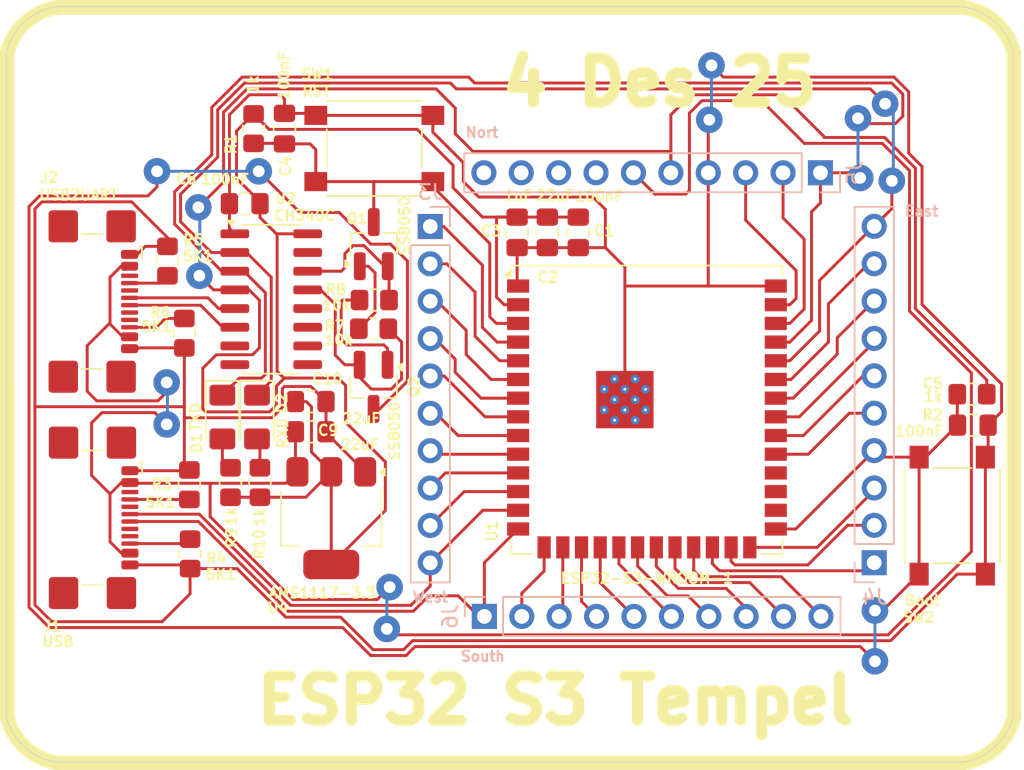
<source format=kicad_pcb>
(kicad_pcb (version 20240108) (generator "pcbnew") (generator_version "8.0")
  (layers (0 "F.Cu" signal) (31 "B.Cu" signal) (34 "B.Paste" user) (35 "F.Paste" user) (36 "B.SilkS" user "B.Silkscreen") (37 "F.SilkS" user "F.Silkscreen") (38 "B.Mask" user) (39 "F.Mask" user) (44 "Edge.Cuts" user))
  (net 0 "")
  (net 1 "+3.3V")
  (net 2 "GND")
  (net 3 "/EN")
  (net 4 "/IO0")
  (net 5 "+5V")
  (net 6 "Net-(D1-A)")
  (net 7 "/TXD0")
  (net 8 "Net-(D2-A)")
  (net 9 "/RXD0")
  (net 10 "/USB_D+")
  (net 12 "Net-(J1-CC2)")
  (net 13 "/USB_D-")
  (net 14 "Net-(J1-CC1)")
  (net 18 "Net-(J2-CC2)")
  (net 21 "Net-(U2-UD-)")
  (net 23 "Net-(U2-UD+)")
  (net 25 "Net-(J2-CC1)")
  (net 26 "/RTS")
  (net 27 "Net-(Q1-B)")
  (net 28 "Net-(Q2-B)")
  (net 29 "/DTR")
  (net 32 "/IO5")
  (net 34 "/IO8")
  (net 46 "/IO6")
  (net 47 "/IO48")
  (net 48 "/IO17")
  (net 49 "/IO7")
  (net 50 "/IO14")
  (net 51 "/IO2")
  (net 52 "/IO1")
  (net 53 "/IO21")
  (net 54 "/IO9")
  (net 55 "/IO16")
  (net 56 "/IO42")
  (net 57 "/IO4")
  (net 58 "/IO46")
  (net 59 "/IO10")
  (net 60 "/IO47")
  (net 61 "/IO11")
  (net 62 "/IO39")
  (net 63 "/IO12")
  (net 64 "/IO41")
  (net 65 "/IO15")
  (net 66 "/IO38")
  (net 67 "/IO45")
  (net 68 "/IO18")
  (net 69 "/IO40")
  (net 70 "/IO13")
  (net 71 "/IO3")
  (footprint "Button_Switch_SMD:SW_Push_1P1T_NO_6x6mm_H9.5mm" (layer "F.Cu") (at 149.0325 90.7425)
    (property "Reference" "SW1")
    (property "Value" "RST")
  )
  (footprint "Resistor_SMD:R_0805_2012Metric_Pad1.20x1.40mm_HandSolder" (layer "F.Cu") (at 148.9825 102.9925)
    (property "Reference" "R7")
    (property "Value" "10k")
  )
  (footprint "Capacitor_SMD:C_0805_2012Metric_Pad1.18x1.45mm_HandSolder" (layer "F.Cu") (at 160.7825 96.4425 -90)
    (property "Reference" "C2")
    (property "Value" "22uF")
  )
  (footprint "LED_SMD:LED_1206_3216Metric_Pad1.42x1.75mm_HandSolder" (layer "F.Cu") (at 141.06492 108.9925 -90)
    (property "Reference" "D2")
    (property "Value" "RXD")
  )
  (footprint "Package_TO_SOT_SMD:SOT-23_Handsoldering" (layer "F.Cu") (at 148.995 97.2425 90)
    (property "Reference" "Q1")
    (property "Value" "SS8050")
  )
  (footprint "Package_SO:SOIC-16_3.9x9.9mm_P1.27mm" (layer "F.Cu") (at 142.0325 100.9875)
    (property "Reference" "U2")
    (property "Value" "CH340C")
  )
  (footprint "Button_Switch_SMD:SW_Push_1P1T_NO_6x6mm_H9.5mm" (layer "F.Cu") (at 188.2825 115.6925 -90)
    (property "Reference" "SW2")
    (property "Value" "Boot")
  )
  (footprint "Capacitor_SMD:C_0805_2012Metric_Pad1.18x1.45mm_HandSolder" (layer "F.Cu") (at 144.71492 107.942499)
    (property "Reference" "C10")
    (property "Value" "22uF")
  )
  (footprint "Capacitor_SMD:C_0805_2012Metric_Pad1.18x1.45mm_HandSolder" (layer "F.Cu") (at 158.7325 96.4425 -90)
    (property "Reference" "C3")
    (property "Value" "1uF")
  )
  (footprint "LED_SMD:LED_1206_3216Metric_Pad1.42x1.75mm_HandSolder" (layer "F.Cu") (at 138.714919 108.992498 -90)
    (property "Reference" "D1")
    (property "Value" "TXD")
  )
  (footprint "RF_Module:ESP32-S3-WROOM-1U" (layer "F.Cu") (at 167.55 108.5)
    (property "Reference" "U1")
    (property "Value" "ESP32-S3-WROOM-1")
  )
  (footprint "Resistor_SMD:R_0805_2012Metric_Pad1.20x1.40mm_HandSolder" (layer "F.Cu") (at 189.625 107.442499 180)
    (property "Reference" "R2")
    (property "Value" "1k")
  )
  (footprint "Package_TO_SOT_SMD:SOT-23_Handsoldering" (layer "F.Cu") (at 148.9825 106.9425 -90)
    (property "Reference" "Q2")
    (property "Value" "SS8050")
  )
  (footprint "Package_TO_SOT_SMD:SOT-223-3_TabPin2" (layer "F.Cu") (at 146.109927 115.865073 -90)
    (property "Reference" "U4")
    (property "Value" "AMS1117-3.3")
  )
  (footprint "Connector_USB:USB_C_Receptacle_GCT_USB4110" (layer "F.Cu") (at 128.7325 101.1425 -90)
    (property "Reference" "J2")
    (property "Value" "USB2UART")
  )
  (footprint "Resistor_SMD:R_0805_2012Metric_Pad1.20x1.40mm_HandSolder" (layer "F.Cu") (at 136.522498 118.292501 90)
    (property "Reference" "R4")
    (property "Value" "5K1")
  )
  (footprint "Capacitor_SMD:C_0805_2012Metric_Pad1.18x1.45mm_HandSolder" (layer "F.Cu") (at 140.2325 94.4925 180)
    (property "Reference" "C6")
    (property "Value" "100nF")
  )
  (footprint "Connector_USB:USB_C_Receptacle_GCT_USB4110" (layer "F.Cu") (at 128.752502 115.842499 -90)
    (property "Reference" "J1")
    (property "Value" "USB")
  )
  (footprint "Resistor_SMD:R_0805_2012Metric_Pad1.20x1.40mm_HandSolder" (layer "F.Cu") (at 136.1325 103.2925 90)
    (property "Reference" "R6")
    (property "Value" "5K1")
  )
  (footprint "Resistor_SMD:R_0805_2012Metric_Pad1.20x1.40mm_HandSolder" (layer "F.Cu") (at 136.4725 113.592501 -90)
    (property "Reference" "R3")
    (property "Value" "5K1")
  )
  (footprint "Capacitor_SMD:C_0805_2012Metric_Pad1.18x1.45mm_HandSolder" (layer "F.Cu") (at 144.71492 109.992499)
    (property "Reference" "C9")
    (property "Value" "22uF")
  )
  (footprint "Capacitor_SMD:C_0805_2012Metric_Pad1.18x1.45mm_HandSolder" (layer "F.Cu") (at 189.6825 109.542497)
    (property "Reference" "C5")
    (property "Value" "100nF")
  )
  (footprint "Resistor_SMD:R_0805_2012Metric_Pad1.20x1.40mm_HandSolder" (layer "F.Cu") (at 149.0325 101.0425)
    (property "Reference" "R8")
    (property "Value" "10k")
  )
  (footprint "Capacitor_SMD:C_0805_2012Metric_Pad1.18x1.45mm_HandSolder" (layer "F.Cu") (at 142.9325 89.3925 90)
    (property "Reference" "C4")
    (property "Value" "100nF")
  )
  (footprint "Resistor_SMD:R_0805_2012Metric_Pad1.20x1.40mm_HandSolder" (layer "F.Cu") (at 141.26492 113.442499 90)
    (property "Reference" "R10")
    (property "Value" "1k")
  )
  (footprint "Resistor_SMD:R_0805_2012Metric_Pad1.20x1.40mm_HandSolder" (layer "F.Cu") (at 134.9825 98.392499 -90)
    (property "Reference" "R5")
    (property "Value" "5K1")
  )
  (footprint "Resistor_SMD:R_0805_2012Metric_Pad1.20x1.40mm_HandSolder" (layer "F.Cu") (at 139.264922 113.442498 90)
    (property "Reference" "R9")
    (property "Value" "1k")
  )
  (footprint "Resistor_SMD:R_0805_2012Metric_Pad1.20x1.40mm_HandSolder" (layer "F.Cu") (at 140.8325 89.3925 -90)
    (property "Reference" "R1")
    (property "Value" "1k")
  )
  (footprint "Capacitor_SMD:C_0805_2012Metric_Pad1.18x1.45mm_HandSolder" (layer "F.Cu") (at 162.8825 96.4425 -90)
    (property "Reference" "C1")
    (property "Value" "100nF")
  )
  (footprint "Connector_PinHeader_2.54mm:PinHeader_1x10_P2.54mm_Vertical" (layer "B.Cu") (at 156.5075 122.5425 -90)
    (property "Reference" "J6")
    (property "Value" "South")
  )
  (footprint "Connector_PinHeader_2.54mm:PinHeader_1x10_P2.54mm_Vertical" (layer "B.Cu") (at 179.3325 92.3925 90)
    (property "Reference" "J5")
    (property "Value" "Nort")
  )
  (footprint "Connector_PinHeader_2.54mm:PinHeader_1x10_P2.54mm_Vertical" (layer "B.Cu") (at 182.9825 118.8925)
    (property "Reference" "J4")
    (property "Value" "East")
  )
  (footprint "Connector_PinHeader_2.54mm:PinHeader_1x10_P2.54mm_Vertical" (layer "B.Cu") (at 152.8325 96.0425 180)
    (property "Reference" "J3")
    (property "Value" "West")
  )
  (gr_arc (start 127.561721 132.499857) (mid 125.373119 131.499998) (end 124.111561 129.451056) (stroke (width 0.4)) (layer "F.Cu"))
  (gr_arc (start 192.461559 129.451058) (mid 191.2 131.5) (end 189.011399 132.499859) (stroke (width 0.4)) (layer "F.Cu"))
  (gr_line (start 192.461558 84.201058) (end 192.461559 129.451058) (stroke (width 0.4)) (layer "F.Cu"))
  (gr_arc (start 124.111399 84.199859) (mid 125.372958 82.150917) (end 127.561559 81.151058) (stroke (width 0.4)) (layer "F.Cu"))
  (gr_arc (start 189.011398 81.152257) (mid 191.199999 82.152116) (end 192.461558 84.201058) (stroke (width 0.4)) (layer "F.Cu"))
  (gr_line (start 124.111561 129.451056) (end 124.111399 84.199859) (stroke (width 0.4)) (layer "F.Cu"))
  (gr_line (start 127.561559 81.151058) (end 189.011398 81.152257) (stroke (width 0.4)) (layer "F.Cu"))
  (gr_line (start 189.011399 132.499859) (end 127.561721 132.499857) (stroke (width 0.4)) (layer "F.Cu"))
  (gr_line (start 189.011399 132.499859) (end 127.561721 132.499857) (stroke (width 1)) (layer "F.SilkS"))
  (gr_arc (start 192.461559 129.451058) (mid 191.2 131.5) (end 189.011399 132.499859) (stroke (width 1)) (layer "F.SilkS"))
  (gr_line (start 124.111561 129.451056) (end 124.111399 84.199859) (stroke (width 1)) (layer "F.SilkS"))
  (gr_line (start 192.461558 84.201058) (end 192.461559 129.451058) (stroke (width 1)) (layer "F.SilkS"))
  (gr_arc (start 124.111399 84.199859) (mid 125.372958 82.150917) (end 127.561559 81.151058) (stroke (width 1)) (layer "F.SilkS"))
  (gr_line (start 127.561559 81.151058) (end 189.011398 81.152257) (stroke (width 1)) (layer "F.SilkS"))
  (gr_arc (start 189.011398 81.152257) (mid 191.199999 82.152116) (end 192.461558 84.201058) (stroke (width 1)) (layer "F.SilkS"))
  (gr_arc (start 127.561721 132.499857) (mid 125.373119 131.499998) (end 124.111561 129.451056) (stroke (width 1)) (layer "F.SilkS"))
  (gr_arc (start 188.949839 81.101199) (mid 191.13844 82.101058) (end 192.399999 84.15) (stroke (width 0.05)) (layer "Edge.Cuts"))
  (gr_line (start 127.5 81.1) (end 188.949839 81.101199) (stroke (width 0.05)) (layer "Edge.Cuts"))
  (gr_arc (start 127.500162 132.448799) (mid 125.311561 131.44894) (end 124.050002 129.399998) (stroke (width 0.05)) (layer "Edge.Cuts"))
  (gr_line (start 192.399999 84.15) (end 192.4 129.4) (stroke (width 0.05)) (layer "Edge.Cuts"))
  (gr_arc (start 124.04984 84.148801) (mid 125.311399 82.099859) (end 127.5 81.1) (stroke (width 0.05)) (layer "Edge.Cuts"))
  (gr_arc (start 192.4 129.4) (mid 191.138441 131.448942) (end 188.94984 132.448801) (stroke (width 0.05)) (layer "Edge.Cuts"))
  (gr_line (start 124.050002 129.399998) (end 124.04984 84.148801) (stroke (width 0.05)) (layer "Edge.Cuts"))
  (gr_line (start 188.94984 132.448801) (end 127.500162 132.448799) (stroke (width 0.05)) (layer "Edge.Cuts"))
  (gr_text "4 Des 25" (at 157.35 88 0) (layer "F.SilkS") (effects (font (size 3 3) (thickness 0.75) (bold yes)) (justify left bottom)))
  (gr_text "ESP32 S3 Tempel" (at 140.7 130 0) (layer "F.SilkS") (effects (font (size 3 3) (thickness 0.75) (bold yes)) (justify left bottom)))
  (segment (start 157.37 95.405) (end 158.7325 95.405) (width 0.2) (layer "F.Cu") (net 1))
  (segment (start 140.38207 86.6925) (end 153.2325 86.6925) (width 0.2) (layer "F.Cu") (net 1))
  (segment (start 141.27 94.4925) (end 141.27 95.43) (width 0.2) (layer "F.Cu") (net 1))
  (segment (start 139.264921 114.442501) (end 139.264921 114.442501) (width 0.2) (layer "F.Cu") (net 1))
  (segment (start 141.27 94.4925) (end 141.27 94.364314) (width 0.2) (layer "F.Cu") (net 1))
  (segment (start 141.27 94.364314) (end 139.675 92.769314) (width 0.2) (layer "F.Cu") (net 1))
  (segment (start 146.109925 112.715071) (end 146.109927 119.015073) (width 0.2) (layer "F.Cu") (net 1))
  (segment (start 139.5575 100.3525) (end 140.532499 100.3525) (width 0.2) (layer "F.Cu") (net 1))
  (segment (start 179.5825 89.9425) (end 179.5825 89.9925) (width 0.2) (layer "F.Cu") (net 1))
  (segment (start 169.172501 92.392497) (end 169.172501 88.452499) (width 0.2) (layer "F.Cu") (net 1))
  (segment (start 142.3825 96.5425) (end 142.4325 96.5425) (width 0.2) (layer "F.Cu") (net 1))
  (segment (start 147.0825 109.3425) (end 147.0825 106.8425) (width 0.2) (layer "F.Cu") (net 1))
  (segment (start 140.7625 104.7625) (end 138.3025 104.7625) (width 0.2) (layer "F.Cu") (net 1))
  (segment (start 141.8825 89.4425) (end 140.8325 88.3925) (width 0.2) (layer "F.Cu") (net 1))
  (segment (start 151.9425 89.4425) (end 141.8825 89.4425) (width 0.2) (layer "F.Cu") (net 1))
  (segment (start 138.795 93.03) (end 138.795 88.27957) (width 0.2) (layer "F.Cu") (net 1))
  (segment (start 137.5825 108.6425) (end 141.916814 108.6425) (width 0.2) (layer "F.Cu") (net 1))
  (segment (start 156.38 95.405) (end 154.3825 93.4075) (width 0.2) (layer "F.Cu") (net 1))
  (segment (start 141.2325 101.052501) (end 141.2325 104.2925) (width 0.2) (layer "F.Cu") (net 1))
  (segment (start 141.916814 108.6425) (end 142.38992 108.169394) (width 0.2) (layer "F.Cu") (net 1))
  (segment (start 142.4325 105.8925) (end 142.4325 96.5425) (width 0.2) (layer "F.Cu") (net 1))
  (segment (start 155.7325 90.9425) (end 169.172501 90.9425) (width 0.2) (layer "F.Cu") (net 1))
  (segment (start 154.3825 93.4075) (end 154.3825 91.8825) (width 0.2) (layer "F.Cu") (net 1))
  (segment (start 190.625 106.469314) (end 190.625 107.442499) (width 0.2) (layer "F.Cu") (net 1))
  (segment (start 146.5825 106.3425) (end 143.3825 106.3425) (width 0.2) (layer "F.Cu") (net 1))
  (segment (start 140.532499 100.3525) (end 141.2325 101.052501) (width 0.2) (layer "F.Cu") (net 1))
  (segment (start 169.172501 88.452499) (end 170.5325 87.0925) (width 0.2) (layer "F.Cu") (net 1))
  (segment (start 157.3325 95.4425) (end 157.37 95.405) (width 0.2) (layer "F.Cu") (net 1))
  (segment (start 160.7825 95.405) (end 158.7325 95.405) (width 0.2) (layer "F.Cu") (net 1))
  (segment (start 176.7325 87.0925) (end 179.5825 89.9425) (width 0.2) (layer "F.Cu") (net 1))
  (segment (start 142.8825 106.3425) (end 142.4325 105.8925) (width 0.2) (layer "F.Cu") (net 1))
  (segment (start 144.414921 107.942499) (end 143.677418 107.942499) (width 0.2) (layer "F.Cu") (net 1))
  (segment (start 183.690686 89.9925) (end 185.7825 92.084314) (width 0.2) (layer "F.Cu") (net 1))
  (segment (start 144.764919 108.292499) (end 144.414921 107.942499) (width 0.2) (layer "F.Cu") (net 1))
  (segment (start 185.7825 92.084314) (end 185.7825 101.626814) (width 0.2) (layer "F.Cu") (net 1))
  (segment (start 142.38992 106.884232) (end 142.931652 106.3425) (width 0.2) (layer "F.Cu") (net 1))
  (segment (start 144.3825 114.4425) (end 146.109925 112.715071) (width 0.2) (layer "F.Cu") (net 1))
  (segment (start 162.8825 95.405) (end 160.7825 95.405) (width 0.2) (layer "F.Cu") (net 1))
  (segment (start 157.3325 100.8425) (end 157.3325 95.4425) (width 0.2) (layer "F.Cu") (net 1))
  (segment (start 141.264918 114.442497) (end 139.264921 114.442501) (width 0.2) (layer "F.Cu") (net 1))
  (segment (start 143.3825 106.3425) (end 142.8825 106.3425) (width 0.2) (layer "F.Cu") (net 1))
  (segment (start 137.0825 94.7425) (end 138.795 93.03) (width 0.2) (layer "F.Cu") (net 1))
  (segment (start 158.7325 95.405) (end 156.38 95.405) (width 0.2) (layer "F.Cu") (net 1))
  (segment (start 137.3825 105.6825) (end 137.3825 108.4425) (width 0.2) (layer "F.Cu") (net 1))
  (segment (start 144.764919 111.370065) (end 144.764919 108.292499) (width 0.2) (layer "F.Cu") (net 1))
  (segment (start 154.5325 89.7425) (end 155.7325 90.9425) (width 0.2) (layer "F.Cu") (net 1))
  (segment (start 147.0825 106.8425) (end 146.5825 106.3425) (width 0.2) (layer "F.Cu") (net 1))
  (segment (start 137.154555 99.3925) (end 138.114555 100.3525) (width 0.2) (layer "F.Cu") (net 1))
  (segment (start 142.4325 96.5425) (end 144.5075 96.5425) (width 0.2) (layer "F.Cu") (net 1))
  (segment (start 146.109927 119.015073) (end 149.7825 115.3425) (width 0.2) (layer "F.Cu") (net 1))
  (segment (start 138.795 88.27957) (end 140.38207 86.6925) (width 0.2) (layer "F.Cu") (net 1))
  (segment (start 141.264918 114.442497) (end 144.3825 114.4425) (width 0.2) (layer "F.Cu") (net 1))
  (segment (start 154.3825 91.8825) (end 151.9425 89.4425) (width 0.2) (layer "F.Cu") (net 1))
  (segment (start 142.38992 108.169394) (end 142.38992 106.884232) (width 0.2) (layer "F.Cu") (net 1))
  (segment (start 154.5325 87.9925) (end 154.5325 89.7425) (width 0.2) (layer "F.Cu") (net 1))
  (segment (start 139.675 92.769314) (end 139.675 89.55) (width 0.2) (layer "F.Cu") (net 1))
  (segment (start 137.3825 108.4425) (end 137.5825 108.6425) (width 0.2) (layer "F.Cu") (net 1))
  (segment (start 146.109925 112.715071) (end 144.764919 111.370065) (width 0.2) (layer "F.Cu") (net 1))
  (segment (start 138.114555 100.3525) (end 139.5575 100.3525) (width 0.2) (layer "F.Cu") (net 1))
  (segment (start 139.675 89.55) (end 140.8325 88.3925) (width 0.2) (layer "F.Cu") (net 1))
  (segment (start 142.931652 106.3425) (end 143.3825 106.3425) (width 0.2) (layer "F.Cu") (net 1))
  (segment (start 169.172501 90.9425) (end 169.172501 92.392497) (width 0.2) (layer "F.Cu") (net 1))
  (segment (start 149.7825 112.0425) (end 147.0825 109.3425) (width 0.2) (layer "F.Cu") (net 1))
  (segment (start 157.85 101.36) (end 157.3325 100.8425) (width 0.2) (layer "F.Cu") (net 1))
  (segment (start 170.5325 87.0925) (end 176.7325 87.0925) (width 0.2) (layer "F.Cu") (net 1))
  (segment (start 141.2325 104.2925) (end 140.7625 104.7625) (width 0.2) (layer "F.Cu") (net 1))
  (segment (start 141.27 95.43) (end 142.3825 96.5425) (width 0.2) (layer "F.Cu") (net 1))
  (segment (start 185.7825 101.626814) (end 190.625 106.469314) (width 0.2) (layer "F.Cu") (net 1))
  (segment (start 149.7825 115.3425) (end 149.7825 112.0425) (width 0.2) (layer "F.Cu") (net 1))
  (segment (start 153.2325 86.6925) (end 154.5325 87.9925) (width 0.2) (layer "F.Cu") (net 1))
  (segment (start 179.5825 89.9925) (end 183.690686 89.9925) (width 0.2) (layer "F.Cu") (net 1))
  (segment (start 158.8 101.36) (end 157.85 101.36) (width 0.2) (layer "F.Cu") (net 1))
  (segment (start 138.3025 104.7625) (end 137.3825 105.6825) (width 0.2) (layer "F.Cu") (net 1))
  (via (at 137.0825 94.7425) (size 1.8) (drill 0.8) (layers "F.Cu" "B.Cu") (net 1))
  (via (at 137.154555 99.3925) (size 1.8) (drill 0.8) (layers "F.Cu" "B.Cu") (net 1))
  (segment (start 137.1825 94.8425) (end 137.0825 94.7425) (width 0.2) (layer "B.Cu") (net 1))
  (segment (start 137.154555 99.3925) (end 137.1825 99.364555) (width 0.2) (layer "B.Cu") (net 1))
  (segment (start 137.1825 99.364555) (end 137.1825 94.8425) (width 0.2) (layer "B.Cu") (net 1))
  (segment (start 126.465001 94.367499) (end 132.557501 94.367499) (width 0.2) (layer "F.Cu") (net 2))
  (segment (start 127.125 122.9) (end 134.625 122.9) (width 0.2) (layer "F.Cu") (net 2))
  (segment (start 166.05 100.0425) (end 166.05 107.81) (width 0.2) (layer "F.Cu") (net 2))
  (segment (start 136.1325 108.2925) (end 125.9825 108.2925) (width 0.2) (layer "F.Cu") (net 2))
  (segment (start 184.333186 85.8925) (end 185.325 86.884314) (width 0.2) (layer "F.Cu") (net 2))
  (segment (start 148.95 124.8) (end 151.025 124.8) (width 0.2) (layer "F.Cu") (net 2))
  (segment (start 139.5575 96.5425) (end 139.195 96.18) (width 0.2) (layer "F.Cu") (net 2))
  (segment (start 132.557501 94.367499) (end 134.9825 96.792499) (width 0.2) (layer "F.Cu") (net 2))
  (segment (start 190.72 111.529999) (end 190.5325 111.717499) (width 0.2) (layer "F.Cu") (net 2))
  (segment (start 158.7325 97.48) (end 160.7825 97.48) (width 0.2) (layer "F.Cu") (net 2))
  (segment (start 188.623186 119.6675) (end 190.5325 119.6675) (width 0.2) (layer "F.Cu") (net 2))
  (segment (start 133.032499 104.292502) (end 136.132499 104.292501) (width 0.2) (layer "F.Cu") (net 2))
  (segment (start 164.725 94.885) (end 163.8825 94.0425) (width 0.2) (layer "F.Cu") (net 2))
  (segment (start 144.92 88.355) (end 145.0575 88.4925) (width 0.2) (layer "F.Cu") (net 2))
  (segment (start 190.719999 109.542497) (end 190.72 111.529999) (width 0.2) (layer "F.Cu") (net 2))
  (segment (start 164.725 97.48) (end 164.725 94.885) (width 0.2) (layer "F.Cu") (net 2))
  (segment (start 142.9325 87.3925) (end 142.9325 88.355) (width 0.2) (layer "F.Cu") (net 2))
  (segment (start 155.075 92.985) (end 155.075 91.7) (width 0.2) (layer "F.Cu") (net 2))
  (segment (start 162.8825 97.48) (end 164.725 97.48) (width 0.2) (layer "F.Cu") (net 2))
  (segment (start 142.78992 108.33508) (end 142.0825 109.0425) (width 0.2) (layer "F.Cu") (net 2))
  (segment (start 142.78992 107.049918) (end 142.78992 108.33508) (width 0.2) (layer "F.Cu") (net 2))
  (segment (start 166.0975 100.09) (end 166.05 100.0425) (width 0.2) (layer "F.Cu") (net 2))
  (segment (start 146.7425 122.5925) (end 148.95 124.8) (width 0.2) (layer "F.Cu") (net 2))
  (segment (start 145.75242 107.942499) (end 145.752419 109.9925) (width 0.2) (layer "F.Cu") (net 2))
  (segment (start 136.522498 119.292501) (end 139.716815 119.292501) (width 0.2) (layer "F.Cu") (net 2))
  (segment (start 139.195 96.18) (end 139.195 94.4925) (width 0.2) (layer "F.Cu") (net 2))
  (segment (start 185.325 86.884314) (end 185.325 91.061128) (width 0.2) (layer "F.Cu") (net 2))
  (segment (start 144.72742 106.917499) (end 142.922339 106.917499) (width 0.2) (layer "F.Cu") (net 2))
  (segment (start 133.482501 97.392499) (end 132.932498 97.942502) (width 0.2) (layer "F.Cu") (net 2))
  (segment (start 153.0075 88.4925) (end 145.0575 88.4925) (width 0.2) (layer "F.Cu") (net 2))
  (segment (start 136.272496 119.0425) (end 136.522501 119.292501) (width 0.2) (layer "F.Cu") (net 2))
  (segment (start 132.412498 104.342502) (end 132.982499 104.342501) (width 0.2) (layer "F.Cu") (net 2))
  (segment (start 125.9825 94.85) (end 126.465001 94.367499) (width 0.2) (layer "F.Cu") (net 2))
  (segment (start 139.195 88.445256) (end 140.547756 87.0925) (width 0.2) (layer "F.Cu") (net 2))
  (segment (start 151.6325 124.1925) (end 184.098186 124.1925) (width 0.2) (layer "F.Cu") (net 2))
  (segment (start 171.9325 85.0925) (end 172.7325 85.8925) (width 0.2) (layer "F.Cu") (net 2))
  (segment (start 171.7825 88.7925) (end 171.7125 88.8625) (width 0.2) (layer "F.Cu") (net 2))
  (segment (start 134.625 122.9) (end 136.522498 121.002502) (width 0.2) (layer "F.Cu") (net 2))
  (segment (start 136.1325 109.0425) (end 136.1325 112.252501) (width 0.2) (layer "F.Cu") (net 2))
  (segment (start 132.432503 119.042503) (end 136.272496 119.0425) (width 0.2) (layer "F.Cu") (net 2))
  (segment (start 142.9325 88.355) (end 144.92 88.355) (width 0.2) (layer "F.Cu") (net 2))
  (segment (start 190.5325 111.717498) (end 190.5325 119.667499) (width 0.2) (layer "F.Cu") (net 2))
  (segment (start 125.9825 108.2925) (end 125.9825 94.85) (width 0.2) (layer "F.Cu") (net 2))
  (segment (start 136.1325 108.2925) (end 136.1325 109.0425) (width 0.2) (layer "F.Cu") (net 2))
  (segment (start 145.75242 107.942499) (end 144.72742 106.917499) (width 0.2) (layer "F.Cu") (net 2))
  (segment (start 185.325 91.061128) (end 186.2325 91.968628) (width 0.2) (layer "F.Cu") (net 2))
  (segment (start 176.3 100.09) (end 171.7325 100.09) (width 0.2) (layer "F.Cu") (net 2))
  (segment (start 186.2325 101.3425) (end 191.632498 106.742498) (width 0.2) (layer "F.Cu") (net 2))
  (segment (start 136.1325 104.2925) (end 136.1325 108.2925) (width 0.2) (layer "F.Cu") (net 2))
  (segment (start 191.632498 108.629999) (end 190.72 109.542497) (width 0.2) (layer "F.Cu") (net 2))
  (segment (start 156.1325 94.0425) (end 155.075 92.985) (width 0.2) (layer "F.Cu") (net 2))
  (segment (start 132.982499 104.342501) (end 133.032499 104.292502) (width 0.2) (layer "F.Cu") (net 2))
  (segment (start 125.9825 108.2925) (end 125.9825 121.7575) (width 0.2) (layer "F.Cu") (net 2))
  (segment (start 139.716815 119.292501) (end 143.016814 122.5925) (width 0.2) (layer "F.Cu") (net 2))
  (segment (start 166.05 98.805) (end 166.05 100.0425) (width 0.2) (layer "F.Cu") (net 2))
  (segment (start 155.075 91.7) (end 153.0075 89.6325) (width 0.2) (layer "F.Cu") (net 2))
  (segment (start 145.752419 109.9925) (end 145.75242 110.057566) (width 0.2) (layer "F.Cu") (net 2))
  (segment (start 136.522498 121.002502) (end 136.522498 119.292501) (width 0.2) (layer "F.Cu") (net 2))
  (segment (start 171.7325 100.09) (end 166.0975 100.09) (width 0.2) (layer "F.Cu") (net 2))
  (segment (start 145.75242 110.057566) (end 148.409929 112.715073) (width 0.2) (layer "F.Cu") (net 2))
  (segment (start 186.2325 91.968628) (end 186.2325 101.3425) (width 0.2) (layer "F.Cu") (net 2))
  (segment (start 151.025 124.8) (end 151.6325 124.1925) (width 0.2) (layer "F.Cu") (net 2))
  (segment (start 158.57 97.6425) (end 158.7325 97.48) (width 0.2) (layer "F.Cu") (net 2))
  (segment (start 164.725 97.48) (end 166.05 98.805) (width 0.2) (layer "F.Cu") (net 2))
  (segment (start 153.0075 89.6325) (end 153.0075 88.4925) (width 0.2) (layer "F.Cu") (net 2))
  (segment (start 171.7125 100.07) (end 171.7325 100.09) (width 0.2) (layer "F.Cu") (net 2))
  (segment (start 143.016814 122.5925) (end 146.7425 122.5925) (width 0.2) (layer "F.Cu") (net 2))
  (segment (start 132.4325 112.642498) (end 136.422501 112.642497) (width 0.2) (layer "F.Cu") (net 2))
  (segment (start 160.7825 97.48) (end 162.8825 97.48) (width 0.2) (layer "F.Cu") (net 2))
  (segment (start 134.9825 97.392499) (end 133.482501 97.392499) (width 0.2) (layer "F.Cu") (net 2))
  (segment (start 172.7325 85.8925) (end 184.333186 85.8925) (width 0.2) (layer "F.Cu") (net 2))
  (segment (start 132.932498 97.942502) (end 132.412499 97.942502) (width 0.2) (layer "F.Cu") (net 2))
  (segment (start 142.6325 87.0925) (end 142.9325 87.3925) (width 0.2) (layer "F.Cu") (net 2))
  (segment (start 191.632498 106.742498) (end 191.632498 108.629999) (width 0.2) (layer "F.Cu") (net 2))
  (segment (start 125.9825 121.7575) (end 127.125 122.9) (width 0.2) (layer "F.Cu") (net 2))
  (segment (start 142.922339 106.917499) (end 142.78992 107.049918) (width 0.2) (layer "F.Cu") (net 2))
  (segment (start 190.719999 111.529998) (end 190.5325 111.717498) (width 0.2) (layer "F.Cu") (net 2))
  (segment (start 163.8825 94.0425) (end 156.1325 94.0425) (width 0.2) (layer "F.Cu") (net 2))
  (segment (start 142.0825 109.0425) (end 136.1325 109.0425) (width 0.2) (layer "F.Cu") (net 2))
  (segment (start 171.7125 88.8625) (end 171.7125 92.3925) (width 0.2) (layer "F.Cu") (net 2))
  (segment (start 140.547756 87.0925) (end 142.6325 87.0925) (width 0.2) (layer "F.Cu") (net 2))
  (segment (start 184.098186 124.1925) (end 188.623186 119.6675) (width 0.2) (layer "F.Cu") (net 2))
  (segment (start 158.7325 100.0225) (end 158.8 100.09) (width 0.2) (layer "F.Cu") (net 2))
  (segment (start 171.7125 92.3925) (end 171.7125 100.07) (width 0.2) (layer "F.Cu") (net 2))
  (segment (start 136.1325 112.252501) (end 136.4725 112.592501) (width 0.2) (layer "F.Cu") (net 2))
  (segment (start 136.422501 112.642497) (end 136.4725 112.592501) (width 0.2) (layer "F.Cu") (net 2))
  (segment (start 139.195 94.4925) (end 139.195 88.445256) (width 0.2) (layer "F.Cu") (net 2))
  (segment (start 158.7325 97.48) (end 158.7325 100.0225) (width 0.2) (layer "F.Cu") (net 2))
  (segment (start 134.9825 96.792499) (end 134.9825 97.392499) (width 0.2) (layer "F.Cu") (net 2))
  (via (at 171.9325 85.0925) (size 1.8) (drill 0.8) (layers "F.Cu" "B.Cu") (net 2))
  (via (at 171.7825 88.7925) (size 1.8) (drill 0.8) (layers "F.Cu" "B.Cu") (net 2))
  (segment (start 171.9325 88.6425) (end 171.7825 88.7925) (width 0.2) (layer "B.Cu") (net 2))
  (segment (start 171.9325 85.0925) (end 171.9325 88.6425) (width 0.2) (layer "B.Cu") (net 2))
  (segment (start 156.875 97.2) (end 156.875 102.185) (width 0.2) (layer "F.Cu") (net 3))
  (segment (start 145.0575 92.9925) (end 148.9825 92.9925) (width 0.2) (layer "F.Cu") (net 3))
  (segment (start 142.895 90.3925) (end 142.9325 90.43) (width 0.2) (layer "F.Cu") (net 3))
  (segment (start 144.67 90.43) (end 145.0575 90.8175) (width 0.2) (layer "F.Cu") (net 3))
  (segment (start 145.0575 90.8175) (end 145.0575 92.9925) (width 0.2) (layer "F.Cu") (net 3))
  (segment (start 148.995 93.005) (end 148.9825 92.9925) (width 0.2) (layer "F.Cu") (net 3))
  (segment (start 140.8325 90.3925) (end 142.895 90.3925) (width 0.2) (layer "F.Cu") (net 3))
  (segment (start 148.9825 92.9925) (end 153.0075 92.9925) (width 0.2) (layer "F.Cu") (net 3))
  (segment (start 148.995 95.7425) (end 148.995 93.005) (width 0.2) (layer "F.Cu") (net 3))
  (segment (start 156.875 102.185) (end 157.32 102.63) (width 0.2) (layer "F.Cu") (net 3))
  (segment (start 157.32 102.63) (end 158.8 102.63) (width 0.2) (layer "F.Cu") (net 3))
  (segment (start 153.0075 93.3325) (end 156.875 97.2) (width 0.2) (layer "F.Cu") (net 3))
  (segment (start 153.0075 92.9925) (end 153.0075 93.3325) (width 0.2) (layer "F.Cu") (net 3))
  (segment (start 142.9325 90.43) (end 144.67 90.43) (width 0.2) (layer "F.Cu") (net 3))
  (segment (start 186.0325 111.717499) (end 186.469997 111.717499) (width 0.2) (layer "F.Cu") (net 4))
  (segment (start 134.275 93.35) (end 133.657501 93.967499) (width 0.2) (layer "F.Cu") (net 4))
  (segment (start 177.655 116.6) (end 182.9825 111.2725) (width 0.2) (layer "F.Cu") (net 4))
  (segment (start 183.5575 122.1425) (end 186.0325 119.6675) (width 0.2) (layer "F.Cu") (net 4))
  (segment (start 188.625 107.549997) (end 188.732498 107.442499) (width 0.2) (layer "F.Cu") (net 4))
  (segment (start 125.5825 94.684314) (end 125.5825 121.923186) (width 0.2) (layer "F.Cu") (net 4))
  (segment (start 186.032498 111.7175) (end 186.0325 119.667502) (width 0.2) (layer "F.Cu") (net 4))
  (segment (start 151.2825 98.3925) (end 150.1325 97.2425) (width 0.2) (layer "F.Cu") (net 4))
  (segment (start 186.469997 111.717499) (end 188.625 109.562496) (width 0.2) (layer "F.Cu") (net 4))
  (segment (start 146.648186 95.0925) (end 144.0825 95.0925) (width 0.2) (layer "F.Cu") (net 4))
  (segment (start 188.625 109.562496) (end 188.625 107.549997) (width 0.2) (layer "F.Cu") (net 4))
  (segment (start 186.0325 119.6675) (end 186.0325 120.307501) (width 0.2) (layer "F.Cu") (net 4))
  (segment (start 186.0325 111.7175) (end 183.4275 111.7175) (width 0.2) (layer "F.Cu") (net 4))
  (segment (start 133.657501 93.967499) (end 126.299315 93.967499) (width 0.2) (layer "F.Cu") (net 4))
  (segment (start 134.275 92.2925) (end 134.275 93.35) (width 0.2) (layer "F.Cu") (net 4))
  (segment (start 176.3 116.6) (end 177.655 116.6) (width 0.2) (layer "F.Cu") (net 4))
  (segment (start 150.1325 97.2425) (end 149.6825 97.2425) (width 0.2) (layer "F.Cu") (net 4))
  (segment (start 148.784314 125.2) (end 151.190686 125.2) (width 0.2) (layer "F.Cu") (net 4))
  (segment (start 126.959314 123.3) (end 146.884314 123.3) (width 0.2) (layer "F.Cu") (net 4))
  (segment (start 149.398186 108.4425) (end 151.2825 106.558186) (width 0.2) (layer "F.Cu") (net 4))
  (segment (start 149.6825 97.2425) (end 148.798186 97.2425) (width 0.2) (layer "F.Cu") (net 4))
  (segment (start 183.0325 122.1425) (end 183.5575 122.1425) (width 0.2) (layer "F.Cu") (net 4))
  (segment (start 183.4275 111.7175) (end 182.9825 111.2725) (width 0.2) (layer "F.Cu") (net 4))
  (segment (start 151.798186 124.5925) (end 182.0325 124.5925) (width 0.2) (layer "F.Cu") (net 4))
  (segment (start 126.299315 93.967499) (end 125.5825 94.684314) (width 0.2) (layer "F.Cu") (net 4))
  (segment (start 143.9825 95.0925) (end 141.1825 92.2925) (width 0.2) (layer "F.Cu") (net 4))
  (segment (start 148.9825 108.4425) (end 149.398186 108.4425) (width 0.2) (layer "F.Cu") (net 4))
  (segment (start 151.190686 125.2) (end 151.798186 124.5925) (width 0.2) (layer "F.Cu") (net 4))
  (segment (start 146.884314 123.3) (end 148.784314 125.2) (width 0.2) (layer "F.Cu") (net 4))
  (segment (start 151.2825 106.558186) (end 151.2825 98.3925) (width 0.2) (layer "F.Cu") (net 4))
  (segment (start 148.798186 97.2425) (end 146.648186 95.0925) (width 0.2) (layer "F.Cu") (net 4))
  (segment (start 182.0325 124.5925) (end 183.0325 125.5925) (width 0.2) (layer "F.Cu") (net 4))
  (segment (start 125.5825 121.923186) (end 126.959314 123.3) (width 0.2) (layer "F.Cu") (net 4))
  (segment (start 144.0825 95.0925) (end 143.9825 95.0925) (width 0.2) (layer "F.Cu") (net 4))
  (via (at 183.0325 125.5925) (size 1.8) (drill 0.8) (layers "F.Cu" "B.Cu") (net 4))
  (via (at 141.1825 92.2925) (size 1.8) (drill 0.8) (layers "F.Cu" "B.Cu") (net 4))
  (via (at 134.275 92.2925) (size 1.8) (drill 0.8) (layers "F.Cu" "B.Cu") (net 4))
  (via (at 183.0325 122.1425) (size 1.8) (drill 0.8) (layers "F.Cu" "B.Cu") (net 4))
  (segment (start 183.0325 125.5925) (end 183.0325 122.1425) (width 0.2) (layer "B.Cu") (net 4))
  (segment (start 134.275 92.2925) (end 141.1825 92.2925) (width 0.2) (layer "B.Cu") (net 4))
  (segment (start 129.5325 104.1425) (end 131.0825 102.5925) (width 0.2) (layer "F.Cu") (net 5))
  (segment (start 183.9325 123.7925) (end 189.5825 118.1425) (width 0.2) (layer "F.Cu") (net 5))
  (segment (start 130.1825 107.8925) (end 129.5325 107.2425) (width 0.2) (layer "F.Cu") (net 5))
  (segment (start 185.3825 92.25) (end 183.525 90.3925) (width 0.2) (layer "F.Cu") (net 5))
  (segment (start 150.075 120.55) (end 149.2325 121.3925) (width 0.2) (layer "F.Cu") (net 5))
  (segment (start 131.0825 102.5925) (end 131.0825 102.669913) (width 0.2) (layer "F.Cu") (net 5))
  (segment (start 129.5325 107.2425) (end 129.5325 104.1425) (width 0.2) (layer "F.Cu") (net 5))
  (segment (start 132.412501 98.742499) (end 131.837502 98.742499) (width 0.2) (layer "F.Cu") (net 5))
  (segment (start 170.4325 88.3425) (end 170.4325 93.5925) (width 0.2) (layer "F.Cu") (net 5))
  (segment (start 134.1325 108.6925) (end 134.9325 109.4925) (width 0.2) (layer "F.Cu") (net 5))
  (segment (start 134.9325 107.2925) (end 134.3325 107.8925) (width 0.2) (layer "F.Cu") (net 5))
  (segment (start 131.857504 113.442498) (end 131.0825 114.217502) (width 0.2) (layer "F.Cu") (net 5))
  (segment (start 131.955088 103.542501) (end 132.412499 103.542501) (width 0.2) (layer "F.Cu") (net 5))
  (segment (start 175.3325 87.4925) (end 171.2825 87.4925) (width 0.2) (layer "F.Cu") (net 5))
  (segment (start 137.8825 115.761128) (end 137.8825 113.492501) (width 0.2) (layer "F.Cu") (net 5))
  (segment (start 170.4325 93.5925) (end 170.1825 93.8425) (width 0.2) (layer "F.Cu") (net 5))
  (segment (start 131.0825 99.497501) (end 131.0825 102.5925) (width 0.2) (layer "F.Cu") (net 5))
  (segment (start 185.3825 101.7925) (end 185.3825 92.25) (width 0.2) (layer "F.Cu") (net 5))
  (segment (start 131.857502 118.2425) (end 132.432501 118.2425) (width 0.2) (layer "F.Cu") (net 5))
  (segment (start 143.513872 121.3925) (end 137.8825 115.761128) (width 0.2) (layer "F.Cu") (net 5))
  (segment (start 183.525 90.3925) (end 178.2325 90.3925) (width 0.2) (layer "F.Cu") (net 5))
  (segment (start 131.0825 117.467498) (end 131.857502 118.2425) (width 0.2) (layer "F.Cu") (net 5))
  (segment (start 168.082501 93.8425) (end 166.632501 92.3925) (width 0.2) (layer "F.Cu") (net 5))
  (segment (start 132.432503 113.442498) (end 132.482506 113.492501) (width 0.2) (layer "F.Cu") (net 5))
  (segment (start 137.8825 113.492501) (end 143.032499 113.492501) (width 0.2) (layer "F.Cu") (net 5))
  (segment (start 134.9325 106.6425) (end 134.9325 107.2925) (width 0.2) (layer "F.Cu") (net 5))
  (segment (start 131.837502 98.742499) (end 131.0825 99.497501) (width 0.2) (layer "F.Cu") (net 5))
  (segment (start 189.5825 118.1425) (end 189.5825 105.9925) (width 0.2) (layer "F.Cu") (net 5))
  (segment (start 178.2325 90.3925) (end 175.3325 87.4925) (width 0.2) (layer "F.Cu") (net 5))
  (segment (start 149.8825 123.3925) (end 150.2825 123.7925) (width 0.2) (layer "F.Cu") (net 5))
  (segment (start 149.2325 121.3925) (end 143.513872 121.3925) (width 0.2) (layer "F.Cu") (net 5))
  (segment (start 189.5825 105.9925) (end 185.3825 101.7925) (width 0.2) (layer "F.Cu") (net 5))
  (segment (start 131.0825 114.217502) (end 131.0825 117.467498) (width 0.2) (layer "F.Cu") (net 5))
  (segment (start 134.3325 107.8925) (end 130.1825 107.8925) (width 0.2) (layer "F.Cu") (net 5))
  (segment (start 143.032499 113.492501) (end 143.80993 112.71507) (width 0.2) (layer "F.Cu") (net 5))
  (segment (start 132.482506 113.492501) (end 137.8825 113.492501) (width 0.2) (layer "F.Cu") (net 5))
  (segment (start 132.432503 113.442498) (end 131.857504 113.442498) (width 0.2) (layer "F.Cu") (net 5))
  (segment (start 170.1825 93.8425) (end 168.082501 93.8425) (width 0.2) (layer "F.Cu") (net 5))
  (segment (start 131.0825 102.669913) (end 131.955088 103.542501) (width 0.2) (layer "F.Cu") (net 5))
  (segment (start 150.2825 123.7925) (end 183.9325 123.7925) (width 0.2) (layer "F.Cu") (net 5))
  (segment (start 130.5325 108.6925) (end 134.1325 108.6925) (width 0.2) (layer "F.Cu") (net 5))
  (segment (start 129.8325 112.967502) (end 129.8325 109.3925) (width 0.2) (layer "F.Cu") (net 5))
  (segment (start 143.677418 109.992499) (end 143.67742 112.582564) (width 0.2) (layer "F.Cu") (net 5))
  (segment (start 143.67742 112.582564) (end 143.809927 112.71507) (width 0.2) (layer "F.Cu") (net 5))
  (segment (start 131.0825 114.217502) (end 129.8325 112.967502) (width 0.2) (layer "F.Cu") (net 5))
  (segment (start 129.8325 109.3925) (end 130.5325 108.6925) (width 0.2) (layer "F.Cu") (net 5))
  (segment (start 171.2825 87.4925) (end 170.4325 88.3425) (width 0.2) (layer "F.Cu") (net 5))
  (via (at 150.075 120.55) (size 1.8) (drill 0.8) (layers "F.Cu" "B.Cu") (net 5))
  (via (at 134.9325 109.4925) (size 1.8) (drill 0.8) (layers "F.Cu" "B.Cu") (net 5))
  (via (at 134.9325 106.6425) (size 1.8) (drill 0.8) (layers "F.Cu" "B.Cu") (net 5))
  (via (at 149.8825 123.3925) (size 1.8) (drill 0.8) (layers "F.Cu" "B.Cu") (net 5))
  (segment (start 134.9325 109.4925) (end 134.9825 109.4425) (width 0.2) (layer "B.Cu") (net 5))
  (segment (start 149.8825 120.7425) (end 149.8825 123.3925) (width 0.2) (layer "B.Cu") (net 5))
  (segment (start 134.9825 109.4425) (end 134.9825 106.6925) (width 0.2) (layer "B.Cu") (net 5))
  (segment (start 134.9825 106.6925) (end 134.9325 106.6425) (width 0.2) (layer "B.Cu") (net 5))
  (segment (start 150.075 120.55) (end 149.8825 120.7425) (width 0.2) (layer "B.Cu") (net 5))
  (segment (start 138.714921 110.479998) (end 138.714921 111.892498) (width 0.2) (layer "F.Cu") (net 6))
  (segment (start 138.714921 111.892498) (end 139.264922 112.442498) (width 0.2) (layer "F.Cu") (net 6))
  (segment (start 139.875525 106.344393) (end 141.380607 106.344393) (width 0.2) (layer "F.Cu") (net 7))
  (segment (start 184.925 87.05) (end 184.925 88.55) (width 0.2) (layer "F.Cu") (net 7))
  (segment (start 138.71492 107.504998) (end 139.875525 106.344393) (width 0.2) (layer "F.Cu") (net 7))
  (segment (start 184.925 88.55) (end 184.425 89.05) (width 0.2) (layer "F.Cu") (net 7))
  (segment (start 182.24 89.05) (end 181.8825 88.6925) (width 0.2) (layer "F.Cu") (net 7))
  (segment (start 138.6725 99.0825) (end 135.475 95.885) (width 0.2) (layer "F.Cu") (net 7))
  (segment (start 141.380607 106.344393) (end 141.6325 106.0925) (width 0.2) (layer "F.Cu") (net 7))
  (segment (start 137.995 87.948198) (end 140.050698 85.8925) (width 0.2) (layer "F.Cu") (net 7))
  (segment (start 141.6325 100.5425) (end 140.1725 99.0825) (width 0.2) (layer "F.Cu") (net 7))
  (segment (start 155.8425 86.2925) (end 184.1675 86.2925) (width 0.2) (layer "F.Cu") (net 7))
  (segment (start 184.1675 86.2925) (end 184.925 87.05) (width 0.2) (layer "F.Cu") (net 7))
  (segment (start 176.3 103.9) (end 177.25 103.9) (width 0.2) (layer "F.Cu") (net 7))
  (segment (start 140.050698 85.8925) (end 155.4425 85.8925) (width 0.2) (layer "F.Cu") (net 7))
  (segment (start 139.5575 99.0825) (end 138.6725 99.0825) (width 0.2) (layer "F.Cu") (net 7))
  (segment (start 141.6325 106.0925) (end 141.6325 100.5425) (width 0.2) (layer "F.Cu") (net 7))
  (segment (start 178.725 95.05) (end 179.3325 94.4425) (width 0.2) (layer "F.Cu") (net 7))
  (segment (start 178.725 102.425) (end 178.725 95.05) (width 0.2) (layer "F.Cu") (net 7))
  (segment (start 179.3325 94.4425) (end 179.3325 92.3925) (width 0.2) (layer "F.Cu") (net 7))
  (segment (start 177.25 103.9) (end 178.725 102.425) (width 0.2) (layer "F.Cu") (net 7))
  (segment (start 179.3325 92.3925) (end 181.6825 92.3925) (width 0.2) (layer "F.Cu") (net 7))
  (segment (start 155.4425 85.8925) (end 155.8425 86.2925) (width 0.2) (layer "F.Cu") (net 7))
  (segment (start 137.995 91.164314) (end 137.995 87.948198) (width 0.2) (layer "F.Cu") (net 7))
  (segment (start 140.1725 99.0825) (end 139.5575 99.0825) (width 0.2) (layer "F.Cu") (net 7))
  (segment (start 184.425 89.05) (end 182.24 89.05) (width 0.2) (layer "F.Cu") (net 7))
  (segment (start 181.6825 92.3925) (end 182.0325 92.7425) (width 0.2) (layer "F.Cu") (net 7))
  (segment (start 135.475 93.684314) (end 137.995 91.164314) (width 0.2) (layer "F.Cu") (net 7))
  (segment (start 135.475 95.885) (end 135.475 93.684314) (width 0.2) (layer "F.Cu") (net 7))
  (via (at 182.0325 92.7425) (size 1.8) (drill 0.8) (layers "F.Cu" "B.Cu") (net 7))
  (via (at 181.8825 88.6925) (size 1.8) (drill 0.8) (layers "F.Cu" "B.Cu") (net 7))
  (segment (start 182.0325 92.7425) (end 181.8825 92.5925) (width 0.2) (layer "B.Cu") (net 7))
  (segment (start 181.8825 92.5925) (end 181.8825 88.6925) (width 0.2) (layer "B.Cu") (net 7))
  (segment (start 141.264918 112.4425) (end 141.26492 110.68) (width 0.2) (layer "F.Cu") (net 8))
  (segment (start 141.26492 110.68) (end 141.06492 110.480001) (width 0.2) (layer "F.Cu") (net 8))
  (segment (start 137.968186 97.8125) (end 139.5575 97.8125) (width 0.2) (layer "F.Cu") (net 9))
  (segment (start 176.3 105.17) (end 177.25 105.17) (width 0.2) (layer "F.Cu") (net 9))
  (segment (start 182.942498 96.032502) (end 182.9825 96.032502) (width 0.2) (layer "F.Cu") (net 9))
  (segment (start 154.6 86.6925) (end 154.2 86.2925) (width 0.2) (layer "F.Cu") (net 9))
  (segment (start 182.9825 96.032502) (end 184.1825 94.832502) (width 0.2) (layer "F.Cu") (net 9))
  (segment (start 154.2 86.2925) (end 140.216384 86.2925) (width 0.2) (layer "F.Cu") (net 9))
  (segment (start 179.275 99.7) (end 182.942498 96.032502) (width 0.2) (layer "F.Cu") (net 9))
  (segment (start 182.7175 86.6925) (end 154.6 86.6925) (width 0.2) (layer "F.Cu") (net 9))
  (segment (start 135.875 93.85) (end 135.875 95.719314) (width 0.2) (layer "F.Cu") (net 9))
  (segment (start 138.395 88.113884) (end 138.395 91.33) (width 0.2) (layer "F.Cu") (net 9))
  (segment (start 140.3525 97.8125) (end 139.5575 97.8125) (width 0.2) (layer "F.Cu") (net 9))
  (segment (start 141.064921 107.505) (end 142.0325 106.537421) (width 0.2) (layer "F.Cu") (net 9))
  (segment (start 138.395 91.33) (end 135.875 93.85) (width 0.2) (layer "F.Cu") (net 9))
  (segment (start 184.1825 94.832502) (end 184.1825 92.9425) (width 0.2) (layer "F.Cu") (net 9))
  (segment (start 179.275 103.145) (end 179.275 99.7) (width 0.2) (layer "F.Cu") (net 9))
  (segment (start 140.216384 86.2925) (end 138.395 88.113884) (width 0.2) (layer "F.Cu") (net 9))
  (segment (start 142.0325 99.4925) (end 140.3525 97.8125) (width 0.2) (layer "F.Cu") (net 9))
  (segment (start 135.875 95.719314) (end 137.968186 97.8125) (width 0.2) (layer "F.Cu") (net 9))
  (segment (start 142.0325 106.537421) (end 142.0325 99.4925) (width 0.2) (layer "F.Cu") (net 9))
  (segment (start 177.25 105.17) (end 179.275 103.145) (width 0.2) (layer "F.Cu") (net 9))
  (segment (start 183.725 87.7) (end 182.7175 86.6925) (width 0.2) (layer "F.Cu") (net 9))
  (via (at 183.725 87.7) (size 1.8) (drill 0.8) (layers "F.Cu" "B.Cu") (net 9))
  (via (at 184.1825 92.9425) (size 1.8) (drill 0.8) (layers "F.Cu" "B.Cu") (net 9))
  (segment (start 184.2825 88.2575) (end 184.2825 92.8425) (width 0.2) (layer "B.Cu") (net 9))
  (segment (start 184.2825 92.8425) (end 184.1825 92.9425) (width 0.2) (layer "B.Cu") (net 9))
  (segment (start 183.725 87.7) (end 184.2825 88.2575) (width 0.2) (layer "B.Cu") (net 9))
  (segment (start 132.432504 116.092498) (end 137.082498 116.092498) (width 0.2) (layer "F.Cu") (net 10))
  (segment (start 151.6825 122.1925) (end 152.7325 121.1425) (width 0.2) (layer "F.Cu") (net 10))
  (segment (start 152.7325 121.1425) (end 154.7325 121.1425) (width 0.2) (layer "F.Cu") (net 10))
  (segment (start 156.1325 122.5425) (end 156.5075 122.5425) (width 0.2) (layer "F.Cu") (net 10))
  (segment (start 154.7325 121.1425) (end 156.1325 122.5425) (width 0.2) (layer "F.Cu") (net 10))
  (segment (start 137.082498 116.092498) (end 143.1825 122.1925) (width 0.2) (layer "F.Cu") (net 10))
  (segment (start 143.1825 122.1925) (end 151.6825 122.1925) (width 0.2) (layer "F.Cu") (net 10))
  (segment (start 156.5075 122.5425) (end 156.5075 118.8925) (width 0.2) (layer "F.Cu") (net 10))
  (segment (start 156.5075 118.8925) (end 158.8 116.6) (width 0.2) (layer "F.Cu") (net 10))
  (segment (start 132.432499 117.592499) (end 136.222499 117.592499) (width 0.2) (layer "F.Cu") (net 12))
  (segment (start 136.222499 117.592499) (end 136.522499 117.292501) (width 0.2) (layer "F.Cu") (net 12))
  (segment (start 156.405 115.33) (end 158.8 115.33) (width 0.2) (layer "F.Cu") (net 13))
  (segment (start 152.8325 120.476814) (end 152.8325 118.9025) (width 0.2) (layer "F.Cu") (net 13))
  (segment (start 151.516814 121.7925) (end 152.8325 120.476814) (width 0.2) (layer "F.Cu") (net 13))
  (segment (start 137.148184 115.592498) (end 143.348186 121.7925) (width 0.2) (layer "F.Cu") (net 13))
  (segment (start 152.8325 118.9025) (end 156.405 115.33) (width 0.2) (layer "F.Cu") (net 13))
  (segment (start 143.348186 121.7925) (end 151.516814 121.7925) (width 0.2) (layer "F.Cu") (net 13))
  (segment (start 132.432502 115.592498) (end 137.148184 115.592498) (width 0.2) (layer "F.Cu") (net 13))
  (segment (start 136.472498 114.5925) (end 136.4725 114.592502) (width 0.2) (layer "F.Cu") (net 14))
  (segment (start 132.4325 114.5925) (end 136.472498 114.5925) (width 0.2) (layer "F.Cu") (net 14))
  (segment (start 136.132502 102.2925) (end 134.832499 102.292499) (width 0.2) (layer "F.Cu") (net 18))
  (segment (start 134.832499 102.292499) (end 134.232497 102.892501) (width 0.2) (layer "F.Cu") (net 18))
  (segment (start 134.232497 102.892501) (end 132.412498 102.892502) (width 0.2) (layer "F.Cu") (net 18))
  (segment (start 137.232499 101.392499) (end 132.412502 101.392499) (width 0.2) (layer "F.Cu") (net 21))
  (segment (start 138.7325 102.8925) (end 137.232499 101.392499) (width 0.2) (layer "F.Cu") (net 21))
  (segment (start 139.5575 102.8925) (end 138.7325 102.8925) (width 0.2) (layer "F.Cu") (net 21))
  (segment (start 139.5575 101.6225) (end 138.4625 101.6225) (width 0.2) (layer "F.Cu") (net 23))
  (segment (start 138.4625 101.6225) (end 137.732499 100.892499) (width 0.2) (layer "F.Cu") (net 23))
  (segment (start 137.732499 100.892499) (end 132.4125 100.892499) (width 0.2) (layer "F.Cu") (net 23))
  (segment (start 134.4825 99.892499) (end 134.9825 99.392499) (width 0.2) (layer "F.Cu") (net 25))
  (segment (start 132.412497 99.892499) (end 134.4825 99.892499) (width 0.2) (layer "F.Cu") (net 25))
  (segment (start 147.0325 97.8925) (end 147.0325 98.8425) (width 0.2) (layer "F.Cu") (net 26))
  (segment (start 147.5825 97.3425) (end 147.0325 97.8925) (width 0.2) (layer "F.Cu") (net 26))
  (segment (start 150.0325 101.0425) (end 150.0325 98.83) (width 0.2) (layer "F.Cu") (net 26))
  (segment (start 150.0325 98.83) (end 149.945 98.7425) (width 0.2) (layer "F.Cu") (net 26))
  (segment (start 147.0325 98.8425) (end 146.7925 99.0825) (width 0.2) (layer "F.Cu") (net 26))
  (segment (start 148.3325 97.3425) (end 147.5825 97.3425) (width 0.2) (layer "F.Cu") (net 26))
  (segment (start 149.945 98.7425) (end 149.7325 98.7425) (width 0.2) (layer "F.Cu") (net 26))
  (segment (start 149.7325 98.7425) (end 148.3325 97.3425) (width 0.2) (layer "F.Cu") (net 26))
  (segment (start 146.7925 99.0825) (end 144.5075 99.0825) (width 0.2) (layer "F.Cu") (net 26))
  (segment (start 149.0825 99.1925) (end 148.6325 98.7425) (width 0.2) (layer "F.Cu") (net 27))
  (segment (start 149.0825 101.8925) (end 149.0825 99.1925) (width 0.2) (layer "F.Cu") (net 27))
  (segment (start 147.9825 102.9925) (end 149.0825 101.8925) (width 0.2) (layer "F.Cu") (net 27))
  (segment (start 148.6325 98.7425) (end 148.045 98.7425) (width 0.2) (layer "F.Cu") (net 27))
  (segment (start 147.1825 104.0925) (end 149.6825 104.0925) (width 0.2) (layer "F.Cu") (net 28))
  (segment (start 149.932498 104.342498) (end 149.932498 105.442499) (width 0.2) (layer "F.Cu") (net 28))
  (segment (start 149.6825 104.0925) (end 149.932498 104.342498) (width 0.2) (layer "F.Cu") (net 28))
  (segment (start 146.8825 101.0425) (end 146.7825 101.1425) (width 0.2) (layer "F.Cu") (net 28))
  (segment (start 146.7825 101.1425) (end 146.7825 103.6925) (width 0.2) (layer "F.Cu") (net 28))
  (segment (start 148.0325 101.0425) (end 146.8825 101.0425) (width 0.2) (layer "F.Cu") (net 28))
  (segment (start 146.7825 103.6925) (end 147.1825 104.0925) (width 0.2) (layer "F.Cu") (net 28))
  (segment (start 147.0325 105.4425) (end 146.3825 104.7925) (width 0.2) (layer "F.Cu") (net 29))
  (segment (start 148.8325 107.0925) (end 150.1825 107.0925) (width 0.2) (layer "F.Cu") (net 29))
  (segment (start 150.1825 107.0925) (end 150.8825 106.3925) (width 0.2) (layer "F.Cu") (net 29))
  (segment (start 148.0325 105.4425) (end 148.0325 106.2925) (width 0.2) (layer "F.Cu") (net 29))
  (segment (start 148.0325 105.4425) (end 147.0325 105.4425) (width 0.2) (layer "F.Cu") (net 29))
  (segment (start 146.3825 104.7925) (end 146.3825 101.3425) (width 0.2) (layer "F.Cu") (net 29))
  (segment (start 145.3925 100.3525) (end 144.5075 100.3525) (width 0.2) (layer "F.Cu") (net 29))
  (segment (start 148.0325 106.2925) (end 148.8325 107.0925) (width 0.2) (layer "F.Cu") (net 29))
  (segment (start 150.8825 106.3925) (end 150.8825 103.8925) (width 0.2) (layer "F.Cu") (net 29))
  (segment (start 150.8825 103.8925) (end 149.9825 102.9925) (width 0.2) (layer "F.Cu") (net 29))
  (segment (start 146.3825 101.3425) (end 145.3925 100.3525) (width 0.2) (layer "F.Cu") (net 29))
  (segment (start 153.9575 98.5825) (end 155.875 100.5) (width 0.2) (layer "F.Cu") (net 32))
  (segment (start 157.544314 105.17) (end 158.8 105.17) (width 0.2) (layer "F.Cu") (net 32))
  (segment (start 152.8325 98.5825) (end 153.9575 98.5825) (width 0.2) (layer "F.Cu") (net 32))
  (segment (start 155.875 103.500686) (end 157.544314 105.17) (width 0.2) (layer "F.Cu") (net 32))
  (segment (start 155.875 100.5) (end 155.875 103.500686) (width 0.2) (layer "F.Cu") (net 32))
  (segment (start 158.8 114.06) (end 155.135 114.06) (width 0.2) (layer "F.Cu") (net 34))
  (segment (start 155.135 114.06) (end 152.8325 116.3625) (width 0.2) (layer "F.Cu") (net 34))
  (segment (start 156.965 106.44) (end 158.8 106.44) (width 0.2) (layer "F.Cu") (net 46))
  (segment (start 155.275 104.75) (end 156.965 106.44) (width 0.2) (layer "F.Cu") (net 46))
  (segment (start 153.2975 101.1225) (end 155.275 103.1) (width 0.2) (layer "F.Cu") (net 46))
  (segment (start 152.8325 101.1225) (end 153.2975 101.1225) (width 0.2) (layer "F.Cu") (net 46))
  (segment (start 155.275 103.1) (end 155.275 104.75) (width 0.2) (layer "F.Cu") (net 46))
  (segment (start 178.4825 119.0425) (end 181.172503 116.352497) (width 0.2) (layer "F.Cu") (net 47))
  (segment (start 181.172503 116.352497) (end 182.982501 116.352497) (width 0.2) (layer "F.Cu") (net 47))
  (segment (start 173.5075 119.0425) (end 178.4825 119.0425) (width 0.2) (layer "F.Cu") (net 47))
  (segment (start 173.265 118.8) (end 173.5075 119.0425) (width 0.2) (layer "F.Cu") (net 47))
  (segment (start 173.265 117.85) (end 173.265 118.8) (width 0.2) (layer "F.Cu") (net 47))
  (segment (start 153.07 111.52) (end 152.8325 111.2825) (width 0.2) (layer "F.Cu") (net 48))
  (segment (start 158.8 111.52) (end 153.07 111.52) (width 0.2) (layer "F.Cu") (net 48))
  (segment (start 152.8325 103.6625) (end 153.1375 103.6625) (width 0.2) (layer "F.Cu") (net 49))
  (segment (start 156.285 107.71) (end 158.8 107.71) (width 0.2) (layer "F.Cu") (net 49))
  (segment (start 154.525 105.95) (end 156.285 107.71) (width 0.2) (layer "F.Cu") (net 49))
  (segment (start 153.1375 103.6625) (end 154.525 105.05) (width 0.2) (layer "F.Cu") (net 49))
  (segment (start 154.525 105.05) (end 154.525 105.95) (width 0.2) (layer "F.Cu") (net 49))
  (segment (start 169.455 119.28) (end 170.4175 120.2425) (width 0.2) (layer "F.Cu") (net 50))
  (segment (start 170.4175 120.2425) (end 174.5275 120.2425) (width 0.2) (layer "F.Cu") (net 50))
  (segment (start 169.455 117.85) (end 169.455 119.28) (width 0.2) (layer "F.Cu") (net 50))
  (segment (start 174.5275 120.2425) (end 176.8275 122.5425) (width 0.2) (layer "F.Cu") (net 50))
  (segment (start 176.792496 95.467496) (end 176.792496 92.392499) (width 0.2) (layer "F.Cu") (net 51))
  (segment (start 178.225 96.9) (end 176.792496 95.467496) (width 0.2) (layer "F.Cu") (net 51))
  (segment (start 177.25 102.63) (end 178.225 101.655) (width 0.2) (layer "F.Cu") (net 51))
  (segment (start 178.225 101.655) (end 178.225 96.9) (width 0.2) (layer "F.Cu") (net 51))
  (segment (start 176.3 102.63) (end 177.25 102.63) (width 0.2) (layer "F.Cu") (net 51))
  (segment (start 176.3 101.36) (end 177.25 101.36) (width 0.2) (layer "F.Cu") (net 52))
  (segment (start 177.6825 99.0425) (end 174.2525 95.6125) (width 0.2) (layer "F.Cu") (net 52))
  (segment (start 177.25 101.36) (end 177.6825 100.9275) (width 0.2) (layer "F.Cu") (net 52))
  (segment (start 174.2525 95.6125) (end 174.2525 92.3925) (width 0.2) (layer "F.Cu") (net 52))
  (segment (start 177.6825 100.9275) (end 177.6825 99.0425) (width 0.2) (layer "F.Cu") (net 52))
  (segment (start 171.1325 119.8425) (end 176.667499 119.8425) (width 0.2) (layer "F.Cu") (net 53))
  (segment (start 170.725 117.85) (end 170.725 119.435) (width 0.2) (layer "F.Cu") (net 53))
  (segment (start 176.667499 119.8425) (end 179.367499 122.5425) (width 0.2) (layer "F.Cu") (net 53))
  (segment (start 170.725 119.435) (end 171.1325 119.8425) (width 0.2) (layer "F.Cu") (net 53))
  (segment (start 163.105 121.52) (end 164.1275 122.5425) (width 0.2) (layer "F.Cu") (net 54))
  (segment (start 163.105 117.85) (end 163.105 121.52) (width 0.2) (layer "F.Cu") (net 54))
  (segment (start 154.725 110.25) (end 158.8 110.25) (width 0.2) (layer "F.Cu") (net 55))
  (segment (start 153.2175 108.7425) (end 154.725 110.25) (width 0.2) (layer "F.Cu") (net 55))
  (segment (start 152.8325 108.7425) (end 153.2175 108.7425) (width 0.2) (layer "F.Cu") (net 55))
  (segment (start 177.335 106.44) (end 176.3 106.44) (width 0.2) (layer "F.Cu") (net 56))
  (segment (start 179.875 101.3) (end 179.875 103.9) (width 0.2) (layer "F.Cu") (net 56))
  (segment (start 182.6025 98.5725) (end 179.875 101.3) (width 0.2) (layer "F.Cu") (net 56))
  (segment (start 182.9825 98.5725) (end 182.6025 98.5725) (width 0.2) (layer "F.Cu") (net 56))
  (segment (start 179.875 103.9) (end 177.335 106.44) (width 0.2) (layer "F.Cu") (net 56))
  (segment (start 152.8325 96.0425) (end 153.7425 96.0425) (width 0.2) (layer "F.Cu") (net 57))
  (segment (start 157.375 103.9) (end 158.8 103.9) (width 0.2) (layer "F.Cu") (net 57))
  (segment (start 156.375 102.9) (end 157.375 103.9) (width 0.2) (layer "F.Cu") (net 57))
  (segment (start 156.375 98.675) (end 156.375 102.9) (width 0.2) (layer "F.Cu") (net 57))
  (segment (start 153.7425 96.0425) (end 156.375 98.675) (width 0.2) (layer "F.Cu") (net 57))
  (segment (start 161.835 122.295) (end 161.5875 122.5425) (width 0.2) (layer "F.Cu") (net 58))
  (segment (start 161.835 117.85) (end 161.835 122.295) (width 0.2) (layer "F.Cu") (net 58))
  (segment (start 164.375 120.250002) (end 166.667499 122.542501) (width 0.2) (layer "F.Cu") (net 59))
  (segment (start 164.375 117.85) (end 164.375 120.250002) (width 0.2) (layer "F.Cu") (net 59))
  (segment (start 182.4325 119.4425) (end 182.9825 118.8925) (width 0.2) (layer "F.Cu") (net 60))
  (segment (start 171.995 118.9625) (end 172.475 119.4425) (width 0.2) (layer "F.Cu") (net 60))
  (segment (start 172.475 119.4425) (end 182.4325 119.4425) (width 0.2) (layer "F.Cu") (net 60))
  (segment (start 171.995 117.85) (end 171.995 118.9625) (width 0.2) (layer "F.Cu") (net 60))
  (segment (start 165.645 118.980001) (end 169.207499 122.5425) (width 0.2) (layer "F.Cu") (net 61))
  (segment (start 165.645 117.85) (end 165.645 118.980001) (width 0.2) (layer "F.Cu") (net 61))
  (segment (start 182.9825 106.192501) (end 182.232499 106.192501) (width 0.2) (layer "F.Cu") (net 62))
  (segment (start 182.232499 106.192501) (end 178.175 110.25) (width 0.2) (layer "F.Cu") (net 62))
  (segment (start 178.175 110.25) (end 176.3 110.25) (width 0.2) (layer "F.Cu") (net 62))
  (segment (start 170.355 121.15) (end 171.7475 122.5425) (width 0.2) (layer "F.Cu") (net 63))
  (segment (start 166.915 119.125) (end 168.94 121.15) (width 0.2) (layer "F.Cu") (net 63))
  (segment (start 166.915 117.85) (end 166.915 119.125) (width 0.2) (layer "F.Cu") (net 63))
  (segment (start 168.94 121.15) (end 170.355 121.15) (width 0.2) (layer "F.Cu") (net 63))
  (segment (start 182.9625 101.1125) (end 182.9825 101.1125) (width 0.2) (layer "F.Cu") (net 64))
  (segment (start 180.475 103.6) (end 182.9625 101.1125) (width 0.2) (layer "F.Cu") (net 64))
  (segment (start 176.3 107.71) (end 177.480686 107.71) (width 0.2) (layer "F.Cu") (net 64))
  (segment (start 180.475 104.715686) (end 180.475 103.6) (width 0.2) (layer "F.Cu") (net 64))
  (segment (start 177.480686 107.71) (end 180.475 104.715686) (width 0.2) (layer "F.Cu") (net 64))
  (segment (start 152.8325 106.2025) (end 153.7775 106.2025) (width 0.2) (layer "F.Cu") (net 65))
  (segment (start 153.7775 106.2025) (end 156.555 108.98) (width 0.2) (layer "F.Cu") (net 65))
  (segment (start 156.555 108.98) (end 158.8 108.98) (width 0.2) (layer "F.Cu") (net 65))
  (segment (start 181.292499 108.732501) (end 178.505 111.52) (width 0.2) (layer "F.Cu") (net 66))
  (segment (start 178.505 111.52) (end 176.3 111.52) (width 0.2) (layer "F.Cu") (net 66))
  (segment (start 182.982502 108.732501) (end 181.292499 108.732501) (width 0.2) (layer "F.Cu") (net 66))
  (segment (start 174.535 117.85) (end 179.109314 117.85) (width 0.2) (layer "F.Cu") (net 67))
  (segment (start 182.9825 113.976814) (end 182.9825 113.8125) (width 0.2) (layer "F.Cu") (net 67))
  (segment (start 179.109314 117.85) (end 182.9825 113.976814) (width 0.2) (layer "F.Cu") (net 67))
  (segment (start 153.865 112.79) (end 158.8 112.79) (width 0.2) (layer "F.Cu") (net 68))
  (segment (start 152.8325 113.8225) (end 153.865 112.79) (width 0.2) (layer "F.Cu") (net 68))
  (segment (start 182.9825 103.8925) (end 182.9825 103.6525) (width 0.2) (layer "F.Cu") (net 69))
  (segment (start 176.3 108.98) (end 177.895 108.98) (width 0.2) (layer "F.Cu") (net 69))
  (segment (start 177.895 108.98) (end 182.9825 103.8925) (width 0.2) (layer "F.Cu") (net 69))
  (segment (start 168.185 119.145) (end 169.6825 120.6425) (width 0.2) (layer "F.Cu") (net 70))
  (segment (start 172.9325 120.6425) (end 174.2875 121.9975) (width 0.2) (layer "F.Cu") (net 70))
  (segment (start 169.6825 120.6425) (end 172.9325 120.6425) (width 0.2) (layer "F.Cu") (net 70))
  (segment (start 168.185 117.85) (end 168.185 119.145) (width 0.2) (layer "F.Cu") (net 70))
  (segment (start 174.2875 121.9975) (end 174.2875 122.5425) (width 0.2) (layer "F.Cu") (net 70))
  (segment (start 159.047501 120.977499) (end 160.565 119.46) (width 0.2) (layer "F.Cu") (net 71))
  (segment (start 159.047501 122.542501) (end 159.047501 120.977499) (width 0.2) (layer "F.Cu") (net 71))
  (segment (start 160.565 119.46) (end 160.565 117.85) (width 0.2) (layer "F.Cu") (net 71))
)
</source>
